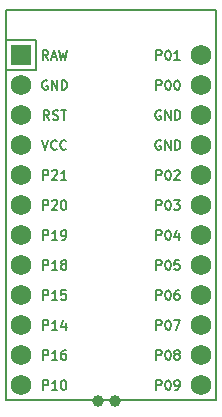
<source format=gbr>
%TF.GenerationSoftware,KiCad,Pcbnew,(6.0.7-1)-1*%
%TF.CreationDate,2022-10-23T13:42:43-07:00*%
%TF.ProjectId,card,63617264-2e6b-4696-9361-645f70636258,v1.0.0*%
%TF.SameCoordinates,Original*%
%TF.FileFunction,Legend,Top*%
%TF.FilePolarity,Positive*%
%FSLAX46Y46*%
G04 Gerber Fmt 4.6, Leading zero omitted, Abs format (unit mm)*
G04 Created by KiCad (PCBNEW (6.0.7-1)-1) date 2022-10-23 13:42:43*
%MOMM*%
%LPD*%
G01*
G04 APERTURE LIST*
%ADD10C,0.150000*%
%ADD11C,1.000000*%
%ADD12R,1.752600X1.752600*%
%ADD13C,1.752600*%
G04 APERTURE END LIST*
D10*
%TO.C,*%
%TO.C,MCU1*%
X112790476Y33590000D02*
X112714285Y33628095D01*
X112600000Y33628095D01*
X112485714Y33590000D01*
X112409523Y33513809D01*
X112371428Y33437619D01*
X112333333Y33285238D01*
X112333333Y33170952D01*
X112371428Y33018571D01*
X112409523Y32942380D01*
X112485714Y32866190D01*
X112600000Y32828095D01*
X112676190Y32828095D01*
X112790476Y32866190D01*
X112828571Y32904285D01*
X112828571Y33170952D01*
X112676190Y33170952D01*
X113171428Y32828095D02*
X113171428Y33628095D01*
X113628571Y32828095D01*
X113628571Y33628095D01*
X114009523Y32828095D02*
X114009523Y33628095D01*
X114200000Y33628095D01*
X114314285Y33590000D01*
X114390476Y33513809D01*
X114428571Y33437619D01*
X114466666Y33285238D01*
X114466666Y33170952D01*
X114428571Y33018571D01*
X114390476Y32942380D01*
X114314285Y32866190D01*
X114200000Y32828095D01*
X114009523Y32828095D01*
X102828571Y17588095D02*
X102828571Y18388095D01*
X103133333Y18388095D01*
X103209523Y18350000D01*
X103247619Y18311904D01*
X103285714Y18235714D01*
X103285714Y18121428D01*
X103247619Y18045238D01*
X103209523Y18007142D01*
X103133333Y17969047D01*
X102828571Y17969047D01*
X104047619Y17588095D02*
X103590476Y17588095D01*
X103819047Y17588095D02*
X103819047Y18388095D01*
X103742857Y18273809D01*
X103666666Y18197619D01*
X103590476Y18159523D01*
X104771428Y18388095D02*
X104390476Y18388095D01*
X104352380Y18007142D01*
X104390476Y18045238D01*
X104466666Y18083333D01*
X104657142Y18083333D01*
X104733333Y18045238D01*
X104771428Y18007142D01*
X104809523Y17930952D01*
X104809523Y17740476D01*
X104771428Y17664285D01*
X104733333Y17626190D01*
X104657142Y17588095D01*
X104466666Y17588095D01*
X104390476Y17626190D01*
X104352380Y17664285D01*
X103361904Y32828095D02*
X103095238Y33209047D01*
X102904761Y32828095D02*
X102904761Y33628095D01*
X103209523Y33628095D01*
X103285714Y33590000D01*
X103323809Y33551904D01*
X103361904Y33475714D01*
X103361904Y33361428D01*
X103323809Y33285238D01*
X103285714Y33247142D01*
X103209523Y33209047D01*
X102904761Y33209047D01*
X103666666Y32866190D02*
X103780952Y32828095D01*
X103971428Y32828095D01*
X104047619Y32866190D01*
X104085714Y32904285D01*
X104123809Y32980476D01*
X104123809Y33056666D01*
X104085714Y33132857D01*
X104047619Y33170952D01*
X103971428Y33209047D01*
X103819047Y33247142D01*
X103742857Y33285238D01*
X103704761Y33323333D01*
X103666666Y33399523D01*
X103666666Y33475714D01*
X103704761Y33551904D01*
X103742857Y33590000D01*
X103819047Y33628095D01*
X104009523Y33628095D01*
X104123809Y33590000D01*
X104352380Y33628095D02*
X104809523Y33628095D01*
X104580952Y32828095D02*
X104580952Y33628095D01*
X102828571Y22668095D02*
X102828571Y23468095D01*
X103133333Y23468095D01*
X103209523Y23430000D01*
X103247619Y23391904D01*
X103285714Y23315714D01*
X103285714Y23201428D01*
X103247619Y23125238D01*
X103209523Y23087142D01*
X103133333Y23049047D01*
X102828571Y23049047D01*
X104047619Y22668095D02*
X103590476Y22668095D01*
X103819047Y22668095D02*
X103819047Y23468095D01*
X103742857Y23353809D01*
X103666666Y23277619D01*
X103590476Y23239523D01*
X104428571Y22668095D02*
X104580952Y22668095D01*
X104657142Y22706190D01*
X104695238Y22744285D01*
X104771428Y22858571D01*
X104809523Y23010952D01*
X104809523Y23315714D01*
X104771428Y23391904D01*
X104733333Y23430000D01*
X104657142Y23468095D01*
X104504761Y23468095D01*
X104428571Y23430000D01*
X104390476Y23391904D01*
X104352380Y23315714D01*
X104352380Y23125238D01*
X104390476Y23049047D01*
X104428571Y23010952D01*
X104504761Y22972857D01*
X104657142Y22972857D01*
X104733333Y23010952D01*
X104771428Y23049047D01*
X104809523Y23125238D01*
X112428571Y27748095D02*
X112428571Y28548095D01*
X112733333Y28548095D01*
X112809523Y28510000D01*
X112847619Y28471904D01*
X112885714Y28395714D01*
X112885714Y28281428D01*
X112847619Y28205238D01*
X112809523Y28167142D01*
X112733333Y28129047D01*
X112428571Y28129047D01*
X113380952Y28548095D02*
X113457142Y28548095D01*
X113533333Y28510000D01*
X113571428Y28471904D01*
X113609523Y28395714D01*
X113647619Y28243333D01*
X113647619Y28052857D01*
X113609523Y27900476D01*
X113571428Y27824285D01*
X113533333Y27786190D01*
X113457142Y27748095D01*
X113380952Y27748095D01*
X113304761Y27786190D01*
X113266666Y27824285D01*
X113228571Y27900476D01*
X113190476Y28052857D01*
X113190476Y28243333D01*
X113228571Y28395714D01*
X113266666Y28471904D01*
X113304761Y28510000D01*
X113380952Y28548095D01*
X113952380Y28471904D02*
X113990476Y28510000D01*
X114066666Y28548095D01*
X114257142Y28548095D01*
X114333333Y28510000D01*
X114371428Y28471904D01*
X114409523Y28395714D01*
X114409523Y28319523D01*
X114371428Y28205238D01*
X113914285Y27748095D01*
X114409523Y27748095D01*
X112428571Y9968095D02*
X112428571Y10768095D01*
X112733333Y10768095D01*
X112809523Y10730000D01*
X112847619Y10691904D01*
X112885714Y10615714D01*
X112885714Y10501428D01*
X112847619Y10425238D01*
X112809523Y10387142D01*
X112733333Y10349047D01*
X112428571Y10349047D01*
X113380952Y10768095D02*
X113457142Y10768095D01*
X113533333Y10730000D01*
X113571428Y10691904D01*
X113609523Y10615714D01*
X113647619Y10463333D01*
X113647619Y10272857D01*
X113609523Y10120476D01*
X113571428Y10044285D01*
X113533333Y10006190D01*
X113457142Y9968095D01*
X113380952Y9968095D01*
X113304761Y10006190D01*
X113266666Y10044285D01*
X113228571Y10120476D01*
X113190476Y10272857D01*
X113190476Y10463333D01*
X113228571Y10615714D01*
X113266666Y10691904D01*
X113304761Y10730000D01*
X113380952Y10768095D01*
X114028571Y9968095D02*
X114180952Y9968095D01*
X114257142Y10006190D01*
X114295238Y10044285D01*
X114371428Y10158571D01*
X114409523Y10310952D01*
X114409523Y10615714D01*
X114371428Y10691904D01*
X114333333Y10730000D01*
X114257142Y10768095D01*
X114104761Y10768095D01*
X114028571Y10730000D01*
X113990476Y10691904D01*
X113952380Y10615714D01*
X113952380Y10425238D01*
X113990476Y10349047D01*
X114028571Y10310952D01*
X114104761Y10272857D01*
X114257142Y10272857D01*
X114333333Y10310952D01*
X114371428Y10349047D01*
X114409523Y10425238D01*
X102828571Y27748095D02*
X102828571Y28548095D01*
X103133333Y28548095D01*
X103209523Y28510000D01*
X103247619Y28471904D01*
X103285714Y28395714D01*
X103285714Y28281428D01*
X103247619Y28205238D01*
X103209523Y28167142D01*
X103133333Y28129047D01*
X102828571Y28129047D01*
X103590476Y28471904D02*
X103628571Y28510000D01*
X103704761Y28548095D01*
X103895238Y28548095D01*
X103971428Y28510000D01*
X104009523Y28471904D01*
X104047619Y28395714D01*
X104047619Y28319523D01*
X104009523Y28205238D01*
X103552380Y27748095D01*
X104047619Y27748095D01*
X104809523Y27748095D02*
X104352380Y27748095D01*
X104580952Y27748095D02*
X104580952Y28548095D01*
X104504761Y28433809D01*
X104428571Y28357619D01*
X104352380Y28319523D01*
X102733333Y31088095D02*
X103000000Y30288095D01*
X103266666Y31088095D01*
X103990476Y30364285D02*
X103952380Y30326190D01*
X103838095Y30288095D01*
X103761904Y30288095D01*
X103647619Y30326190D01*
X103571428Y30402380D01*
X103533333Y30478571D01*
X103495238Y30630952D01*
X103495238Y30745238D01*
X103533333Y30897619D01*
X103571428Y30973809D01*
X103647619Y31050000D01*
X103761904Y31088095D01*
X103838095Y31088095D01*
X103952380Y31050000D01*
X103990476Y31011904D01*
X104790476Y30364285D02*
X104752380Y30326190D01*
X104638095Y30288095D01*
X104561904Y30288095D01*
X104447619Y30326190D01*
X104371428Y30402380D01*
X104333333Y30478571D01*
X104295238Y30630952D01*
X104295238Y30745238D01*
X104333333Y30897619D01*
X104371428Y30973809D01*
X104447619Y31050000D01*
X104561904Y31088095D01*
X104638095Y31088095D01*
X104752380Y31050000D01*
X104790476Y31011904D01*
X102828571Y9968095D02*
X102828571Y10768095D01*
X103133333Y10768095D01*
X103209523Y10730000D01*
X103247619Y10691904D01*
X103285714Y10615714D01*
X103285714Y10501428D01*
X103247619Y10425238D01*
X103209523Y10387142D01*
X103133333Y10349047D01*
X102828571Y10349047D01*
X104047619Y9968095D02*
X103590476Y9968095D01*
X103819047Y9968095D02*
X103819047Y10768095D01*
X103742857Y10653809D01*
X103666666Y10577619D01*
X103590476Y10539523D01*
X104542857Y10768095D02*
X104619047Y10768095D01*
X104695238Y10730000D01*
X104733333Y10691904D01*
X104771428Y10615714D01*
X104809523Y10463333D01*
X104809523Y10272857D01*
X104771428Y10120476D01*
X104733333Y10044285D01*
X104695238Y10006190D01*
X104619047Y9968095D01*
X104542857Y9968095D01*
X104466666Y10006190D01*
X104428571Y10044285D01*
X104390476Y10120476D01*
X104352380Y10272857D01*
X104352380Y10463333D01*
X104390476Y10615714D01*
X104428571Y10691904D01*
X104466666Y10730000D01*
X104542857Y10768095D01*
X112428571Y35368095D02*
X112428571Y36168095D01*
X112733333Y36168095D01*
X112809523Y36130000D01*
X112847619Y36091904D01*
X112885714Y36015714D01*
X112885714Y35901428D01*
X112847619Y35825238D01*
X112809523Y35787142D01*
X112733333Y35749047D01*
X112428571Y35749047D01*
X113380952Y36168095D02*
X113457142Y36168095D01*
X113533333Y36130000D01*
X113571428Y36091904D01*
X113609523Y36015714D01*
X113647619Y35863333D01*
X113647619Y35672857D01*
X113609523Y35520476D01*
X113571428Y35444285D01*
X113533333Y35406190D01*
X113457142Y35368095D01*
X113380952Y35368095D01*
X113304761Y35406190D01*
X113266666Y35444285D01*
X113228571Y35520476D01*
X113190476Y35672857D01*
X113190476Y35863333D01*
X113228571Y36015714D01*
X113266666Y36091904D01*
X113304761Y36130000D01*
X113380952Y36168095D01*
X114142857Y36168095D02*
X114219047Y36168095D01*
X114295238Y36130000D01*
X114333333Y36091904D01*
X114371428Y36015714D01*
X114409523Y35863333D01*
X114409523Y35672857D01*
X114371428Y35520476D01*
X114333333Y35444285D01*
X114295238Y35406190D01*
X114219047Y35368095D01*
X114142857Y35368095D01*
X114066666Y35406190D01*
X114028571Y35444285D01*
X113990476Y35520476D01*
X113952380Y35672857D01*
X113952380Y35863333D01*
X113990476Y36015714D01*
X114028571Y36091904D01*
X114066666Y36130000D01*
X114142857Y36168095D01*
X103247619Y37908095D02*
X102980952Y38289047D01*
X102790476Y37908095D02*
X102790476Y38708095D01*
X103095238Y38708095D01*
X103171428Y38670000D01*
X103209523Y38631904D01*
X103247619Y38555714D01*
X103247619Y38441428D01*
X103209523Y38365238D01*
X103171428Y38327142D01*
X103095238Y38289047D01*
X102790476Y38289047D01*
X103552380Y38136666D02*
X103933333Y38136666D01*
X103476190Y37908095D02*
X103742857Y38708095D01*
X104009523Y37908095D01*
X104200000Y38708095D02*
X104390476Y37908095D01*
X104542857Y38479523D01*
X104695238Y37908095D01*
X104885714Y38708095D01*
X103190476Y36130000D02*
X103114285Y36168095D01*
X103000000Y36168095D01*
X102885714Y36130000D01*
X102809523Y36053809D01*
X102771428Y35977619D01*
X102733333Y35825238D01*
X102733333Y35710952D01*
X102771428Y35558571D01*
X102809523Y35482380D01*
X102885714Y35406190D01*
X103000000Y35368095D01*
X103076190Y35368095D01*
X103190476Y35406190D01*
X103228571Y35444285D01*
X103228571Y35710952D01*
X103076190Y35710952D01*
X103571428Y35368095D02*
X103571428Y36168095D01*
X104028571Y35368095D01*
X104028571Y36168095D01*
X104409523Y35368095D02*
X104409523Y36168095D01*
X104600000Y36168095D01*
X104714285Y36130000D01*
X104790476Y36053809D01*
X104828571Y35977619D01*
X104866666Y35825238D01*
X104866666Y35710952D01*
X104828571Y35558571D01*
X104790476Y35482380D01*
X104714285Y35406190D01*
X104600000Y35368095D01*
X104409523Y35368095D01*
X112428571Y37908095D02*
X112428571Y38708095D01*
X112733333Y38708095D01*
X112809523Y38670000D01*
X112847619Y38631904D01*
X112885714Y38555714D01*
X112885714Y38441428D01*
X112847619Y38365238D01*
X112809523Y38327142D01*
X112733333Y38289047D01*
X112428571Y38289047D01*
X113380952Y38708095D02*
X113457142Y38708095D01*
X113533333Y38670000D01*
X113571428Y38631904D01*
X113609523Y38555714D01*
X113647619Y38403333D01*
X113647619Y38212857D01*
X113609523Y38060476D01*
X113571428Y37984285D01*
X113533333Y37946190D01*
X113457142Y37908095D01*
X113380952Y37908095D01*
X113304761Y37946190D01*
X113266666Y37984285D01*
X113228571Y38060476D01*
X113190476Y38212857D01*
X113190476Y38403333D01*
X113228571Y38555714D01*
X113266666Y38631904D01*
X113304761Y38670000D01*
X113380952Y38708095D01*
X114409523Y37908095D02*
X113952380Y37908095D01*
X114180952Y37908095D02*
X114180952Y38708095D01*
X114104761Y38593809D01*
X114028571Y38517619D01*
X113952380Y38479523D01*
X112428571Y17588095D02*
X112428571Y18388095D01*
X112733333Y18388095D01*
X112809523Y18350000D01*
X112847619Y18311904D01*
X112885714Y18235714D01*
X112885714Y18121428D01*
X112847619Y18045238D01*
X112809523Y18007142D01*
X112733333Y17969047D01*
X112428571Y17969047D01*
X113380952Y18388095D02*
X113457142Y18388095D01*
X113533333Y18350000D01*
X113571428Y18311904D01*
X113609523Y18235714D01*
X113647619Y18083333D01*
X113647619Y17892857D01*
X113609523Y17740476D01*
X113571428Y17664285D01*
X113533333Y17626190D01*
X113457142Y17588095D01*
X113380952Y17588095D01*
X113304761Y17626190D01*
X113266666Y17664285D01*
X113228571Y17740476D01*
X113190476Y17892857D01*
X113190476Y18083333D01*
X113228571Y18235714D01*
X113266666Y18311904D01*
X113304761Y18350000D01*
X113380952Y18388095D01*
X114333333Y18388095D02*
X114180952Y18388095D01*
X114104761Y18350000D01*
X114066666Y18311904D01*
X113990476Y18197619D01*
X113952380Y18045238D01*
X113952380Y17740476D01*
X113990476Y17664285D01*
X114028571Y17626190D01*
X114104761Y17588095D01*
X114257142Y17588095D01*
X114333333Y17626190D01*
X114371428Y17664285D01*
X114409523Y17740476D01*
X114409523Y17930952D01*
X114371428Y18007142D01*
X114333333Y18045238D01*
X114257142Y18083333D01*
X114104761Y18083333D01*
X114028571Y18045238D01*
X113990476Y18007142D01*
X113952380Y17930952D01*
X112428571Y20128095D02*
X112428571Y20928095D01*
X112733333Y20928095D01*
X112809523Y20890000D01*
X112847619Y20851904D01*
X112885714Y20775714D01*
X112885714Y20661428D01*
X112847619Y20585238D01*
X112809523Y20547142D01*
X112733333Y20509047D01*
X112428571Y20509047D01*
X113380952Y20928095D02*
X113457142Y20928095D01*
X113533333Y20890000D01*
X113571428Y20851904D01*
X113609523Y20775714D01*
X113647619Y20623333D01*
X113647619Y20432857D01*
X113609523Y20280476D01*
X113571428Y20204285D01*
X113533333Y20166190D01*
X113457142Y20128095D01*
X113380952Y20128095D01*
X113304761Y20166190D01*
X113266666Y20204285D01*
X113228571Y20280476D01*
X113190476Y20432857D01*
X113190476Y20623333D01*
X113228571Y20775714D01*
X113266666Y20851904D01*
X113304761Y20890000D01*
X113380952Y20928095D01*
X114371428Y20928095D02*
X113990476Y20928095D01*
X113952380Y20547142D01*
X113990476Y20585238D01*
X114066666Y20623333D01*
X114257142Y20623333D01*
X114333333Y20585238D01*
X114371428Y20547142D01*
X114409523Y20470952D01*
X114409523Y20280476D01*
X114371428Y20204285D01*
X114333333Y20166190D01*
X114257142Y20128095D01*
X114066666Y20128095D01*
X113990476Y20166190D01*
X113952380Y20204285D01*
X102828571Y20128095D02*
X102828571Y20928095D01*
X103133333Y20928095D01*
X103209523Y20890000D01*
X103247619Y20851904D01*
X103285714Y20775714D01*
X103285714Y20661428D01*
X103247619Y20585238D01*
X103209523Y20547142D01*
X103133333Y20509047D01*
X102828571Y20509047D01*
X104047619Y20128095D02*
X103590476Y20128095D01*
X103819047Y20128095D02*
X103819047Y20928095D01*
X103742857Y20813809D01*
X103666666Y20737619D01*
X103590476Y20699523D01*
X104504761Y20585238D02*
X104428571Y20623333D01*
X104390476Y20661428D01*
X104352380Y20737619D01*
X104352380Y20775714D01*
X104390476Y20851904D01*
X104428571Y20890000D01*
X104504761Y20928095D01*
X104657142Y20928095D01*
X104733333Y20890000D01*
X104771428Y20851904D01*
X104809523Y20775714D01*
X104809523Y20737619D01*
X104771428Y20661428D01*
X104733333Y20623333D01*
X104657142Y20585238D01*
X104504761Y20585238D01*
X104428571Y20547142D01*
X104390476Y20509047D01*
X104352380Y20432857D01*
X104352380Y20280476D01*
X104390476Y20204285D01*
X104428571Y20166190D01*
X104504761Y20128095D01*
X104657142Y20128095D01*
X104733333Y20166190D01*
X104771428Y20204285D01*
X104809523Y20280476D01*
X104809523Y20432857D01*
X104771428Y20509047D01*
X104733333Y20547142D01*
X104657142Y20585238D01*
X112428571Y12508095D02*
X112428571Y13308095D01*
X112733333Y13308095D01*
X112809523Y13270000D01*
X112847619Y13231904D01*
X112885714Y13155714D01*
X112885714Y13041428D01*
X112847619Y12965238D01*
X112809523Y12927142D01*
X112733333Y12889047D01*
X112428571Y12889047D01*
X113380952Y13308095D02*
X113457142Y13308095D01*
X113533333Y13270000D01*
X113571428Y13231904D01*
X113609523Y13155714D01*
X113647619Y13003333D01*
X113647619Y12812857D01*
X113609523Y12660476D01*
X113571428Y12584285D01*
X113533333Y12546190D01*
X113457142Y12508095D01*
X113380952Y12508095D01*
X113304761Y12546190D01*
X113266666Y12584285D01*
X113228571Y12660476D01*
X113190476Y12812857D01*
X113190476Y13003333D01*
X113228571Y13155714D01*
X113266666Y13231904D01*
X113304761Y13270000D01*
X113380952Y13308095D01*
X114104761Y12965238D02*
X114028571Y13003333D01*
X113990476Y13041428D01*
X113952380Y13117619D01*
X113952380Y13155714D01*
X113990476Y13231904D01*
X114028571Y13270000D01*
X114104761Y13308095D01*
X114257142Y13308095D01*
X114333333Y13270000D01*
X114371428Y13231904D01*
X114409523Y13155714D01*
X114409523Y13117619D01*
X114371428Y13041428D01*
X114333333Y13003333D01*
X114257142Y12965238D01*
X114104761Y12965238D01*
X114028571Y12927142D01*
X113990476Y12889047D01*
X113952380Y12812857D01*
X113952380Y12660476D01*
X113990476Y12584285D01*
X114028571Y12546190D01*
X114104761Y12508095D01*
X114257142Y12508095D01*
X114333333Y12546190D01*
X114371428Y12584285D01*
X114409523Y12660476D01*
X114409523Y12812857D01*
X114371428Y12889047D01*
X114333333Y12927142D01*
X114257142Y12965238D01*
X102828571Y12508095D02*
X102828571Y13308095D01*
X103133333Y13308095D01*
X103209523Y13270000D01*
X103247619Y13231904D01*
X103285714Y13155714D01*
X103285714Y13041428D01*
X103247619Y12965238D01*
X103209523Y12927142D01*
X103133333Y12889047D01*
X102828571Y12889047D01*
X104047619Y12508095D02*
X103590476Y12508095D01*
X103819047Y12508095D02*
X103819047Y13308095D01*
X103742857Y13193809D01*
X103666666Y13117619D01*
X103590476Y13079523D01*
X104733333Y13308095D02*
X104580952Y13308095D01*
X104504761Y13270000D01*
X104466666Y13231904D01*
X104390476Y13117619D01*
X104352380Y12965238D01*
X104352380Y12660476D01*
X104390476Y12584285D01*
X104428571Y12546190D01*
X104504761Y12508095D01*
X104657142Y12508095D01*
X104733333Y12546190D01*
X104771428Y12584285D01*
X104809523Y12660476D01*
X104809523Y12850952D01*
X104771428Y12927142D01*
X104733333Y12965238D01*
X104657142Y13003333D01*
X104504761Y13003333D01*
X104428571Y12965238D01*
X104390476Y12927142D01*
X104352380Y12850952D01*
X102828571Y25208095D02*
X102828571Y26008095D01*
X103133333Y26008095D01*
X103209523Y25970000D01*
X103247619Y25931904D01*
X103285714Y25855714D01*
X103285714Y25741428D01*
X103247619Y25665238D01*
X103209523Y25627142D01*
X103133333Y25589047D01*
X102828571Y25589047D01*
X103590476Y25931904D02*
X103628571Y25970000D01*
X103704761Y26008095D01*
X103895238Y26008095D01*
X103971428Y25970000D01*
X104009523Y25931904D01*
X104047619Y25855714D01*
X104047619Y25779523D01*
X104009523Y25665238D01*
X103552380Y25208095D01*
X104047619Y25208095D01*
X104542857Y26008095D02*
X104619047Y26008095D01*
X104695238Y25970000D01*
X104733333Y25931904D01*
X104771428Y25855714D01*
X104809523Y25703333D01*
X104809523Y25512857D01*
X104771428Y25360476D01*
X104733333Y25284285D01*
X104695238Y25246190D01*
X104619047Y25208095D01*
X104542857Y25208095D01*
X104466666Y25246190D01*
X104428571Y25284285D01*
X104390476Y25360476D01*
X104352380Y25512857D01*
X104352380Y25703333D01*
X104390476Y25855714D01*
X104428571Y25931904D01*
X104466666Y25970000D01*
X104542857Y26008095D01*
X112428571Y15048095D02*
X112428571Y15848095D01*
X112733333Y15848095D01*
X112809523Y15810000D01*
X112847619Y15771904D01*
X112885714Y15695714D01*
X112885714Y15581428D01*
X112847619Y15505238D01*
X112809523Y15467142D01*
X112733333Y15429047D01*
X112428571Y15429047D01*
X113380952Y15848095D02*
X113457142Y15848095D01*
X113533333Y15810000D01*
X113571428Y15771904D01*
X113609523Y15695714D01*
X113647619Y15543333D01*
X113647619Y15352857D01*
X113609523Y15200476D01*
X113571428Y15124285D01*
X113533333Y15086190D01*
X113457142Y15048095D01*
X113380952Y15048095D01*
X113304761Y15086190D01*
X113266666Y15124285D01*
X113228571Y15200476D01*
X113190476Y15352857D01*
X113190476Y15543333D01*
X113228571Y15695714D01*
X113266666Y15771904D01*
X113304761Y15810000D01*
X113380952Y15848095D01*
X113914285Y15848095D02*
X114447619Y15848095D01*
X114104761Y15048095D01*
X112428571Y22668095D02*
X112428571Y23468095D01*
X112733333Y23468095D01*
X112809523Y23430000D01*
X112847619Y23391904D01*
X112885714Y23315714D01*
X112885714Y23201428D01*
X112847619Y23125238D01*
X112809523Y23087142D01*
X112733333Y23049047D01*
X112428571Y23049047D01*
X113380952Y23468095D02*
X113457142Y23468095D01*
X113533333Y23430000D01*
X113571428Y23391904D01*
X113609523Y23315714D01*
X113647619Y23163333D01*
X113647619Y22972857D01*
X113609523Y22820476D01*
X113571428Y22744285D01*
X113533333Y22706190D01*
X113457142Y22668095D01*
X113380952Y22668095D01*
X113304761Y22706190D01*
X113266666Y22744285D01*
X113228571Y22820476D01*
X113190476Y22972857D01*
X113190476Y23163333D01*
X113228571Y23315714D01*
X113266666Y23391904D01*
X113304761Y23430000D01*
X113380952Y23468095D01*
X114333333Y23201428D02*
X114333333Y22668095D01*
X114142857Y23506190D02*
X113952380Y22934761D01*
X114447619Y22934761D01*
X112428571Y25208095D02*
X112428571Y26008095D01*
X112733333Y26008095D01*
X112809523Y25970000D01*
X112847619Y25931904D01*
X112885714Y25855714D01*
X112885714Y25741428D01*
X112847619Y25665238D01*
X112809523Y25627142D01*
X112733333Y25589047D01*
X112428571Y25589047D01*
X113380952Y26008095D02*
X113457142Y26008095D01*
X113533333Y25970000D01*
X113571428Y25931904D01*
X113609523Y25855714D01*
X113647619Y25703333D01*
X113647619Y25512857D01*
X113609523Y25360476D01*
X113571428Y25284285D01*
X113533333Y25246190D01*
X113457142Y25208095D01*
X113380952Y25208095D01*
X113304761Y25246190D01*
X113266666Y25284285D01*
X113228571Y25360476D01*
X113190476Y25512857D01*
X113190476Y25703333D01*
X113228571Y25855714D01*
X113266666Y25931904D01*
X113304761Y25970000D01*
X113380952Y26008095D01*
X113914285Y26008095D02*
X114409523Y26008095D01*
X114142857Y25703333D01*
X114257142Y25703333D01*
X114333333Y25665238D01*
X114371428Y25627142D01*
X114409523Y25550952D01*
X114409523Y25360476D01*
X114371428Y25284285D01*
X114333333Y25246190D01*
X114257142Y25208095D01*
X114028571Y25208095D01*
X113952380Y25246190D01*
X113914285Y25284285D01*
X112790476Y31050000D02*
X112714285Y31088095D01*
X112600000Y31088095D01*
X112485714Y31050000D01*
X112409523Y30973809D01*
X112371428Y30897619D01*
X112333333Y30745238D01*
X112333333Y30630952D01*
X112371428Y30478571D01*
X112409523Y30402380D01*
X112485714Y30326190D01*
X112600000Y30288095D01*
X112676190Y30288095D01*
X112790476Y30326190D01*
X112828571Y30364285D01*
X112828571Y30630952D01*
X112676190Y30630952D01*
X113171428Y30288095D02*
X113171428Y31088095D01*
X113628571Y30288095D01*
X113628571Y31088095D01*
X114009523Y30288095D02*
X114009523Y31088095D01*
X114200000Y31088095D01*
X114314285Y31050000D01*
X114390476Y30973809D01*
X114428571Y30897619D01*
X114466666Y30745238D01*
X114466666Y30630952D01*
X114428571Y30478571D01*
X114390476Y30402380D01*
X114314285Y30326190D01*
X114200000Y30288095D01*
X114009523Y30288095D01*
X102828571Y15048095D02*
X102828571Y15848095D01*
X103133333Y15848095D01*
X103209523Y15810000D01*
X103247619Y15771904D01*
X103285714Y15695714D01*
X103285714Y15581428D01*
X103247619Y15505238D01*
X103209523Y15467142D01*
X103133333Y15429047D01*
X102828571Y15429047D01*
X104047619Y15048095D02*
X103590476Y15048095D01*
X103819047Y15048095D02*
X103819047Y15848095D01*
X103742857Y15733809D01*
X103666666Y15657619D01*
X103590476Y15619523D01*
X104733333Y15581428D02*
X104733333Y15048095D01*
X104542857Y15886190D02*
X104352380Y15314761D01*
X104847619Y15314761D01*
X102250000Y39540000D02*
X99710000Y39540000D01*
X117490000Y9060000D02*
X117490000Y42080000D01*
X117490000Y42080000D02*
X99710000Y42080000D01*
X102250000Y39540000D02*
X102250000Y37000000D01*
X99710000Y9060000D02*
X117490000Y9060000D01*
X102250000Y37000000D02*
X99710000Y37000000D01*
X99710000Y42080000D02*
X99710000Y9060000D01*
%TD*%
D11*
%TO.C,*%
X107450000Y9000000D03*
X108950000Y9000000D03*
%TD*%
D12*
%TO.C,MCU1*%
X100980000Y38270000D03*
D13*
X100980000Y35730000D03*
X100980000Y33190000D03*
X100980000Y30650000D03*
X100980000Y28110000D03*
X100980000Y25570000D03*
X100980000Y23030000D03*
X100980000Y20490000D03*
X100980000Y17950000D03*
X100980000Y15410000D03*
X100980000Y12870000D03*
X100980000Y10330000D03*
X116220000Y38270000D03*
X116220000Y35730000D03*
X116220000Y33190000D03*
X116220000Y30650000D03*
X116220000Y28110000D03*
X116220000Y25570000D03*
X116220000Y23030000D03*
X116220000Y20490000D03*
X116220000Y17950000D03*
X116220000Y15410000D03*
X116220000Y12870000D03*
X116220000Y10330000D03*
%TD*%
M02*

</source>
